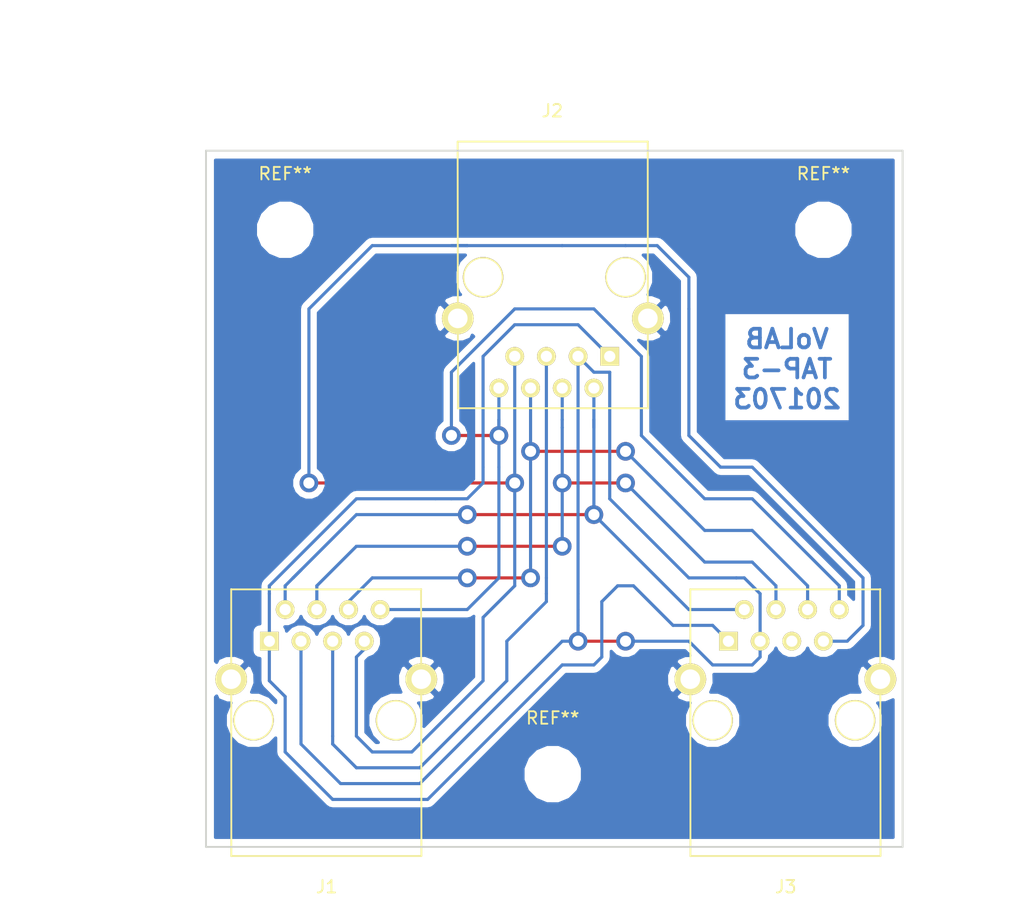
<source format=kicad_pcb>
(kicad_pcb (version 4) (host pcbnew 4.0.2-stable)

  (general
    (links 21)
    (no_connects 1)
    (area 95.505001 58.11 190.541428 133.256001)
    (thickness 1.6)
    (drawings 12)
    (tracks 166)
    (zones 0)
    (modules 6)
    (nets 10)
  )

  (page A4)
  (layers
    (0 F.Cu signal)
    (1 In1.Cu signal)
    (2 In2.Cu signal hide)
    (31 B.Cu signal)
    (33 F.Adhes user hide)
    (35 F.Paste user hide)
    (37 F.SilkS user)
    (39 F.Mask user hide)
    (40 Dwgs.User user)
    (41 Cmts.User user hide)
    (42 Eco1.User user hide)
    (43 Eco2.User user hide)
    (44 Edge.Cuts user)
    (45 Margin user hide)
    (47 F.CrtYd user hide)
    (49 F.Fab user hide)
  )

  (setup
    (last_trace_width 0.25)
    (trace_clearance 0.2)
    (zone_clearance 0.508)
    (zone_45_only no)
    (trace_min 0.2)
    (segment_width 0.2)
    (edge_width 0.15)
    (via_size 1.5)
    (via_drill 0.9)
    (via_min_size 1.5)
    (via_min_drill 0.9)
    (uvia_size 0.3)
    (uvia_drill 0.1)
    (uvias_allowed no)
    (uvia_min_size 0.2)
    (uvia_min_drill 0.1)
    (pcb_text_width 0.3)
    (pcb_text_size 1.5 1.5)
    (mod_edge_width 0.15)
    (mod_text_size 1 1)
    (mod_text_width 0.15)
    (pad_size 1.524 1.524)
    (pad_drill 0.762)
    (pad_to_mask_clearance 0.2)
    (aux_axis_origin 0 0)
    (visible_elements 7FFFFFFF)
    (pcbplotparams
      (layerselection 0x00100_00000000)
      (usegerberextensions false)
      (excludeedgelayer true)
      (linewidth 0.100000)
      (plotframeref false)
      (viasonmask false)
      (mode 1)
      (useauxorigin false)
      (hpglpennumber 1)
      (hpglpenspeed 20)
      (hpglpendiameter 15)
      (hpglpenoverlay 2)
      (psnegative false)
      (psa4output false)
      (plotreference true)
      (plotvalue true)
      (plotinvisibletext false)
      (padsonsilk true)
      (subtractmaskfromsilk false)
      (outputformat 5)
      (mirror false)
      (drillshape 2)
      (scaleselection 1)
      (outputdirectory SVG/))
  )

  (net 0 "")
  (net 1 "Net-(J1-Pad4)")
  (net 2 "Net-(J1-Pad2)")
  (net 3 "Net-(J1-Pad6)")
  (net 4 "Net-(J1-Pad8)")
  (net 5 "Net-(J1-Pad1)")
  (net 6 "Net-(J1-Pad3)")
  (net 7 "Net-(J1-Pad5)")
  (net 8 "Net-(J1-Pad7)")
  (net 9 GND)

  (net_class Default "Ceci est la Netclass par défaut"
    (clearance 0.2)
    (trace_width 0.25)
    (via_dia 1.5)
    (via_drill 0.9)
    (uvia_dia 0.3)
    (uvia_drill 0.1)
    (add_net GND)
    (add_net "Net-(J1-Pad1)")
    (add_net "Net-(J1-Pad2)")
    (add_net "Net-(J1-Pad3)")
    (add_net "Net-(J1-Pad4)")
    (add_net "Net-(J1-Pad5)")
    (add_net "Net-(J1-Pad6)")
    (add_net "Net-(J1-Pad7)")
    (add_net "Net-(J1-Pad8)")
  )

  (module myLib:RJ45_331-6443 (layer F.Cu) (tedit 58D98165) (tstamp 58D99044)
    (at 116.205 115.57)
    (path /58D94CAB)
    (fp_text reference J1 (at 5.87 13.36) (layer F.SilkS)
      (effects (font (size 1 1) (thickness 0.15)))
    )
    (fp_text value RJ45 (at 5.99 11.86) (layer F.Fab)
      (effects (font (size 1 1) (thickness 0.15)))
    )
    (fp_line (start -1.79 -10.53) (end -1.78 10.89) (layer F.SilkS) (width 0.15))
    (fp_line (start 13.44 -10.53) (end 13.47 10.88) (layer F.SilkS) (width 0.15))
    (fp_line (start -1.79 10.89) (end 13.46 10.89) (layer F.SilkS) (width 0.15))
    (fp_line (start -1.79 -10.51) (end 13.46 -10.51) (layer F.SilkS) (width 0.15))
    (pad "" thru_hole circle (at 0 0) (size 3.25 3.25) (drill 3) (layers *.Cu *.Mask F.SilkS))
    (pad "" thru_hole circle (at 11.43 0) (size 3.25 3.25) (drill 3) (layers *.Cu *.Mask F.SilkS))
    (pad 4 thru_hole circle (at 5.08 -8.89) (size 1.5 1.5) (drill 0.9) (layers *.Cu *.Mask F.SilkS)
      (net 1 "Net-(J1-Pad4)"))
    (pad 2 thru_hole circle (at 2.54 -8.89) (size 1.5 1.5) (drill 0.9) (layers *.Cu *.Mask F.SilkS)
      (net 2 "Net-(J1-Pad2)"))
    (pad 6 thru_hole circle (at 7.62 -8.89) (size 1.5 1.5) (drill 0.9) (layers *.Cu *.Mask F.SilkS)
      (net 3 "Net-(J1-Pad6)"))
    (pad 8 thru_hole circle (at 10.16 -8.89) (size 1.5 1.5) (drill 0.9) (layers *.Cu *.Mask F.SilkS)
      (net 4 "Net-(J1-Pad8)"))
    (pad 1 thru_hole rect (at 1.27 -6.35) (size 1.5 1.5) (drill 0.9) (layers *.Cu *.Mask F.SilkS)
      (net 5 "Net-(J1-Pad1)"))
    (pad 3 thru_hole circle (at 3.81 -6.35) (size 1.5 1.5) (drill 0.9) (layers *.Cu *.Mask F.SilkS)
      (net 6 "Net-(J1-Pad3)"))
    (pad 5 thru_hole circle (at 6.35 -6.35) (size 1.5 1.5) (drill 0.9) (layers *.Cu *.Mask F.SilkS)
      (net 7 "Net-(J1-Pad5)"))
    (pad 7 thru_hole circle (at 8.89 -6.35) (size 1.5 1.5) (drill 0.9) (layers *.Cu *.Mask F.SilkS)
      (net 8 "Net-(J1-Pad7)"))
    (pad 9 thru_hole circle (at -1.79 -3.3) (size 2.54 2.54) (drill 1.57) (layers *.Cu *.Mask F.SilkS)
      (net 9 GND))
    (pad 9 thru_hole circle (at 13.46 -3.3) (size 2.54 2.54) (drill 1.57) (layers *.Cu *.Mask F.SilkS)
      (net 9 GND))
  )

  (module myLib:RJ45_331-6443 (layer F.Cu) (tedit 58D98165) (tstamp 58D99058)
    (at 146.05 80.01 180)
    (path /58D94D51)
    (fp_text reference J2 (at 5.87 13.36 180) (layer F.SilkS)
      (effects (font (size 1 1) (thickness 0.15)))
    )
    (fp_text value RJ45 (at 5.99 11.86 180) (layer F.Fab)
      (effects (font (size 1 1) (thickness 0.15)))
    )
    (fp_line (start -1.79 -10.53) (end -1.78 10.89) (layer F.SilkS) (width 0.15))
    (fp_line (start 13.44 -10.53) (end 13.47 10.88) (layer F.SilkS) (width 0.15))
    (fp_line (start -1.79 10.89) (end 13.46 10.89) (layer F.SilkS) (width 0.15))
    (fp_line (start -1.79 -10.51) (end 13.46 -10.51) (layer F.SilkS) (width 0.15))
    (pad "" thru_hole circle (at 0 0 180) (size 3.25 3.25) (drill 3) (layers *.Cu *.Mask F.SilkS))
    (pad "" thru_hole circle (at 11.43 0 180) (size 3.25 3.25) (drill 3) (layers *.Cu *.Mask F.SilkS))
    (pad 4 thru_hole circle (at 5.08 -8.89 180) (size 1.5 1.5) (drill 0.9) (layers *.Cu *.Mask F.SilkS)
      (net 1 "Net-(J1-Pad4)"))
    (pad 2 thru_hole circle (at 2.54 -8.89 180) (size 1.5 1.5) (drill 0.9) (layers *.Cu *.Mask F.SilkS)
      (net 2 "Net-(J1-Pad2)"))
    (pad 6 thru_hole circle (at 7.62 -8.89 180) (size 1.5 1.5) (drill 0.9) (layers *.Cu *.Mask F.SilkS)
      (net 3 "Net-(J1-Pad6)"))
    (pad 8 thru_hole circle (at 10.16 -8.89 180) (size 1.5 1.5) (drill 0.9) (layers *.Cu *.Mask F.SilkS)
      (net 4 "Net-(J1-Pad8)"))
    (pad 1 thru_hole rect (at 1.27 -6.35 180) (size 1.5 1.5) (drill 0.9) (layers *.Cu *.Mask F.SilkS)
      (net 5 "Net-(J1-Pad1)"))
    (pad 3 thru_hole circle (at 3.81 -6.35 180) (size 1.5 1.5) (drill 0.9) (layers *.Cu *.Mask F.SilkS)
      (net 6 "Net-(J1-Pad3)"))
    (pad 5 thru_hole circle (at 6.35 -6.35 180) (size 1.5 1.5) (drill 0.9) (layers *.Cu *.Mask F.SilkS)
      (net 7 "Net-(J1-Pad5)"))
    (pad 7 thru_hole circle (at 8.89 -6.35 180) (size 1.5 1.5) (drill 0.9) (layers *.Cu *.Mask F.SilkS)
      (net 8 "Net-(J1-Pad7)"))
    (pad 9 thru_hole circle (at -1.79 -3.3 180) (size 2.54 2.54) (drill 1.57) (layers *.Cu *.Mask F.SilkS)
      (net 9 GND))
    (pad 9 thru_hole circle (at 13.46 -3.3 180) (size 2.54 2.54) (drill 1.57) (layers *.Cu *.Mask F.SilkS)
      (net 9 GND))
  )

  (module myLib:RJ45_331-6443 (layer F.Cu) (tedit 58D98165) (tstamp 58D9906C)
    (at 153.035 115.57)
    (path /58D94DC2)
    (fp_text reference J3 (at 5.87 13.36) (layer F.SilkS)
      (effects (font (size 1 1) (thickness 0.15)))
    )
    (fp_text value RJ45 (at 5.99 11.86) (layer F.Fab)
      (effects (font (size 1 1) (thickness 0.15)))
    )
    (fp_line (start -1.79 -10.53) (end -1.78 10.89) (layer F.SilkS) (width 0.15))
    (fp_line (start 13.44 -10.53) (end 13.47 10.88) (layer F.SilkS) (width 0.15))
    (fp_line (start -1.79 10.89) (end 13.46 10.89) (layer F.SilkS) (width 0.15))
    (fp_line (start -1.79 -10.51) (end 13.46 -10.51) (layer F.SilkS) (width 0.15))
    (pad "" thru_hole circle (at 0 0) (size 3.25 3.25) (drill 3) (layers *.Cu *.Mask F.SilkS))
    (pad "" thru_hole circle (at 11.43 0) (size 3.25 3.25) (drill 3) (layers *.Cu *.Mask F.SilkS))
    (pad 4 thru_hole circle (at 5.08 -8.89) (size 1.5 1.5) (drill 0.9) (layers *.Cu *.Mask F.SilkS)
      (net 1 "Net-(J1-Pad4)"))
    (pad 2 thru_hole circle (at 2.54 -8.89) (size 1.5 1.5) (drill 0.9) (layers *.Cu *.Mask F.SilkS)
      (net 2 "Net-(J1-Pad2)"))
    (pad 6 thru_hole circle (at 7.62 -8.89) (size 1.5 1.5) (drill 0.9) (layers *.Cu *.Mask F.SilkS)
      (net 3 "Net-(J1-Pad6)"))
    (pad 8 thru_hole circle (at 10.16 -8.89) (size 1.5 1.5) (drill 0.9) (layers *.Cu *.Mask F.SilkS)
      (net 4 "Net-(J1-Pad8)"))
    (pad 1 thru_hole rect (at 1.27 -6.35) (size 1.5 1.5) (drill 0.9) (layers *.Cu *.Mask F.SilkS)
      (net 5 "Net-(J1-Pad1)"))
    (pad 3 thru_hole circle (at 3.81 -6.35) (size 1.5 1.5) (drill 0.9) (layers *.Cu *.Mask F.SilkS)
      (net 6 "Net-(J1-Pad3)"))
    (pad 5 thru_hole circle (at 6.35 -6.35) (size 1.5 1.5) (drill 0.9) (layers *.Cu *.Mask F.SilkS)
      (net 7 "Net-(J1-Pad5)"))
    (pad 7 thru_hole circle (at 8.89 -6.35) (size 1.5 1.5) (drill 0.9) (layers *.Cu *.Mask F.SilkS)
      (net 8 "Net-(J1-Pad7)"))
    (pad 9 thru_hole circle (at -1.79 -3.3) (size 2.54 2.54) (drill 1.57) (layers *.Cu *.Mask F.SilkS)
      (net 9 GND))
    (pad 9 thru_hole circle (at 13.46 -3.3) (size 2.54 2.54) (drill 1.57) (layers *.Cu *.Mask F.SilkS)
      (net 9 GND))
  )

  (module Mounting_Holes:MountingHole_3.5mm (layer F.Cu) (tedit 56D1B4CB) (tstamp 58DBFEC4)
    (at 161.925 76.2)
    (descr "Mounting Hole 3.5mm, no annular")
    (tags "mounting hole 3.5mm no annular")
    (fp_text reference REF** (at 0 -4.5) (layer F.SilkS)
      (effects (font (size 1 1) (thickness 0.15)))
    )
    (fp_text value MountingHole_3.5mm (at 0 4.5) (layer F.Fab)
      (effects (font (size 1 1) (thickness 0.15)))
    )
    (fp_circle (center 0 0) (end 3.5 0) (layer Cmts.User) (width 0.15))
    (fp_circle (center 0 0) (end 3.75 0) (layer F.CrtYd) (width 0.05))
    (pad 1 np_thru_hole circle (at 0 0) (size 3.5 3.5) (drill 3.5) (layers *.Cu *.Mask))
  )

  (module Mounting_Holes:MountingHole_3.5mm (layer F.Cu) (tedit 56D1B4CB) (tstamp 58DC001B)
    (at 118.745 76.2)
    (descr "Mounting Hole 3.5mm, no annular")
    (tags "mounting hole 3.5mm no annular")
    (fp_text reference REF** (at 0 -4.5) (layer F.SilkS)
      (effects (font (size 1 1) (thickness 0.15)))
    )
    (fp_text value MountingHole_3.5mm (at 0 4.5) (layer F.Fab)
      (effects (font (size 1 1) (thickness 0.15)))
    )
    (fp_circle (center 0 0) (end 3.5 0) (layer Cmts.User) (width 0.15))
    (fp_circle (center 0 0) (end 3.75 0) (layer F.CrtYd) (width 0.05))
    (pad 1 np_thru_hole circle (at 0 0) (size 3.5 3.5) (drill 3.5) (layers *.Cu *.Mask))
  )

  (module Mounting_Holes:MountingHole_3.5mm (layer F.Cu) (tedit 56D1B4CB) (tstamp 58DC0068)
    (at 140.208 119.888)
    (descr "Mounting Hole 3.5mm, no annular")
    (tags "mounting hole 3.5mm no annular")
    (fp_text reference REF** (at 0 -4.5) (layer F.SilkS)
      (effects (font (size 1 1) (thickness 0.15)))
    )
    (fp_text value MountingHole_3.5mm (at 0 4.5) (layer F.Fab)
      (effects (font (size 1 1) (thickness 0.15)))
    )
    (fp_circle (center 0 0) (end 3.5 0) (layer Cmts.User) (width 0.15))
    (fp_circle (center 0 0) (end 3.75 0) (layer F.CrtYd) (width 0.05))
    (pad 1 np_thru_hole circle (at 0 0) (size 3.5 3.5) (drill 3.5) (layers *.Cu *.Mask))
  )

  (dimension 27.94 (width 0.3) (layer Dwgs.User)
    (gr_text "27,940 mm" (at 126.238 131.906) (layer Dwgs.User)
      (effects (font (size 1.5 1.5) (thickness 0.3)))
    )
    (feature1 (pts (xy 112.268 119.888) (xy 112.268 133.256)))
    (feature2 (pts (xy 140.208 119.888) (xy 140.208 133.256)))
    (crossbar (pts (xy 140.208 130.556) (xy 112.268 130.556)))
    (arrow1a (pts (xy 112.268 130.556) (xy 113.394504 129.969579)))
    (arrow1b (pts (xy 112.268 130.556) (xy 113.394504 131.142421)))
    (arrow2a (pts (xy 140.208 130.556) (xy 139.081496 129.969579)))
    (arrow2b (pts (xy 140.208 130.556) (xy 139.081496 131.142421)))
  )
  (gr_text "VoLAB\nTAP-3\n201703" (at 159.004 87.376) (layer B.Cu)
    (effects (font (size 1.5 1.5) (thickness 0.3)) (justify mirror))
  )
  (gr_circle (center 140.208 119.888) (end 142.208 119.888) (layer Eco1.User) (width 0.2))
  (dimension 6.35 (width 0.3) (layer Dwgs.User)
    (gr_text "6,350 x  6.350 mm" (at 179.07 64.77 90) (layer Dwgs.User)
      (effects (font (size 1.5 1.5) (thickness 0.3)))
    )
    (feature1 (pts (xy 161.925 69.85) (xy 176.69 69.85)))
    (feature2 (pts (xy 161.925 76.2) (xy 176.69 76.2)))
    (crossbar (pts (xy 173.99 76.2) (xy 173.99 69.85)))
    (arrow1a (pts (xy 173.99 69.85) (xy 174.576421 70.976504)))
    (arrow1b (pts (xy 173.99 69.85) (xy 173.403579 70.976504)))
    (arrow2a (pts (xy 173.99 76.2) (xy 174.576421 75.073496)))
    (arrow2b (pts (xy 173.99 76.2) (xy 173.403579 75.073496)))
  )
  (gr_circle (center 161.925 76.2) (end 163.925 76.2) (layer Eco1.User) (width 0.2))
  (gr_circle (center 118.745 76.2) (end 119.38 74.2) (layer Eco1.User) (width 0.2))
  (dimension 55.88 (width 0.3) (layer Dwgs.User)
    (gr_text "55,880 mm" (at 140.335 59.61) (layer Dwgs.User)
      (effects (font (size 1.5 1.5) (thickness 0.3)))
    )
    (feature1 (pts (xy 168.275 69.85) (xy 168.275 58.26)))
    (feature2 (pts (xy 112.395 69.85) (xy 112.395 58.26)))
    (crossbar (pts (xy 112.395 60.96) (xy 168.275 60.96)))
    (arrow1a (pts (xy 168.275 60.96) (xy 167.148496 61.546421)))
    (arrow1b (pts (xy 168.275 60.96) (xy 167.148496 60.373579)))
    (arrow2a (pts (xy 112.395 60.96) (xy 113.521504 61.546421)))
    (arrow2b (pts (xy 112.395 60.96) (xy 113.521504 60.373579)))
  )
  (dimension 55.88 (width 0.3) (layer Dwgs.User)
    (gr_text "55,880 mm" (at 102.155 97.79 270) (layer Dwgs.User)
      (effects (font (size 1.5 1.5) (thickness 0.3)))
    )
    (feature1 (pts (xy 112.395 125.73) (xy 100.805 125.73)))
    (feature2 (pts (xy 112.395 69.85) (xy 100.805 69.85)))
    (crossbar (pts (xy 103.505 69.85) (xy 103.505 125.73)))
    (arrow1a (pts (xy 103.505 125.73) (xy 102.918579 124.603496)))
    (arrow1b (pts (xy 103.505 125.73) (xy 104.091421 124.603496)))
    (arrow2a (pts (xy 103.505 69.85) (xy 102.918579 70.976504)))
    (arrow2b (pts (xy 103.505 69.85) (xy 104.091421 70.976504)))
  )
  (gr_line (start 168.275 125.73) (end 168.275 69.85) (angle 90) (layer Edge.Cuts) (width 0.15))
  (gr_line (start 112.395 125.73) (end 168.275 125.73) (angle 90) (layer Edge.Cuts) (width 0.15))
  (gr_line (start 112.395 69.85) (end 112.395 125.73) (angle 90) (layer Edge.Cuts) (width 0.15))
  (gr_line (start 112.395 69.85) (end 168.27 69.85) (angle 90) (layer Edge.Cuts) (width 0.15))

  (segment (start 158.115 106.68) (end 158.115 104.775) (width 0.25) (layer B.Cu) (net 1))
  (via (at 140.97 96.52) (size 1.5) (drill 0.9) (layers F.Cu B.Cu) (net 1))
  (segment (start 146.05 96.52) (end 140.97 96.52) (width 0.25) (layer F.Cu) (net 1) (tstamp 58DAC7F6))
  (via (at 146.05 96.52) (size 1.5) (drill 0.9) (layers F.Cu B.Cu) (net 1))
  (segment (start 152.4 102.87) (end 146.05 96.52) (width 0.25) (layer B.Cu) (net 1) (tstamp 58DAC7E1))
  (segment (start 156.21 102.87) (end 152.4 102.87) (width 0.25) (layer B.Cu) (net 1) (tstamp 58DAC7DD))
  (segment (start 158.115 104.775) (end 156.21 102.87) (width 0.25) (layer B.Cu) (net 1) (tstamp 58DAC7DA))
  (segment (start 140.97 92.075) (end 140.97 96.52) (width 0.25) (layer B.Cu) (net 1))
  (segment (start 140.97 96.52) (end 140.97 101.6) (width 0.25) (layer B.Cu) (net 1) (tstamp 58DAC7FD))
  (segment (start 140.97 91.44) (end 140.97 92.075) (width 0.25) (layer B.Cu) (net 1) (tstamp 58DABDF0))
  (segment (start 140.97 88.9) (end 140.97 91.44) (width 0.25) (layer B.Cu) (net 1))
  (segment (start 121.285 104.775) (end 124.46 101.6) (width 0.25) (layer B.Cu) (net 1) (tstamp 58DAC6BB))
  (segment (start 124.46 101.6) (end 133.35 101.6) (width 0.25) (layer B.Cu) (net 1) (tstamp 58DAC6C0))
  (segment (start 121.285 104.775) (end 121.285 106.68) (width 0.25) (layer B.Cu) (net 1))
  (via (at 133.35 101.6) (size 1.5) (drill 0.9) (layers F.Cu B.Cu) (net 1))
  (segment (start 140.97 101.6) (end 133.35 101.6) (width 0.25) (layer F.Cu) (net 1) (tstamp 58DAC6E3))
  (via (at 140.97 101.6) (size 1.5) (drill 0.9) (layers F.Cu B.Cu) (net 1))
  (segment (start 155.575 106.68) (end 151.13 106.68) (width 0.25) (layer B.Cu) (net 2))
  (segment (start 151.13 106.68) (end 143.51 99.06) (width 0.25) (layer B.Cu) (net 2) (tstamp 58DAC76A))
  (segment (start 143.51 91.44) (end 143.51 99.06) (width 0.25) (layer B.Cu) (net 2))
  (segment (start 124.46 99.06) (end 133.35 99.06) (width 0.25) (layer B.Cu) (net 2) (tstamp 58DAC723))
  (segment (start 124.46 99.06) (end 119.38 104.14) (width 0.25) (layer B.Cu) (net 2))
  (via (at 133.35 99.06) (size 1.5) (drill 0.9) (layers F.Cu B.Cu) (net 2))
  (segment (start 143.51 99.06) (end 133.35 99.06) (width 0.25) (layer F.Cu) (net 2) (tstamp 58DAC735))
  (via (at 143.51 99.06) (size 1.5) (drill 0.9) (layers F.Cu B.Cu) (net 2))
  (segment (start 118.745 106.68) (end 118.745 104.775) (width 0.25) (layer B.Cu) (net 2))
  (segment (start 118.745 104.775) (end 119.38 104.14) (width 0.25) (layer B.Cu) (net 2) (tstamp 58DAB5F2))
  (segment (start 119.38 104.14) (end 120.015 103.505) (width 0.25) (layer B.Cu) (net 2) (tstamp 58DABE60))
  (segment (start 143.51 88.9) (end 143.51 91.44) (width 0.25) (layer B.Cu) (net 2))
  (segment (start 143.51 91.44) (end 143.51 92.075) (width 0.25) (layer B.Cu) (net 2) (tstamp 58DABE8C))
  (segment (start 160.655 106.68) (end 160.655 104.775) (width 0.25) (layer B.Cu) (net 3))
  (via (at 138.43 93.98) (size 1.5) (drill 0.9) (layers F.Cu B.Cu) (net 3))
  (segment (start 146.05 93.98) (end 138.43 93.98) (width 0.25) (layer F.Cu) (net 3) (tstamp 58DAC835))
  (via (at 146.05 93.98) (size 1.5) (drill 0.9) (layers F.Cu B.Cu) (net 3))
  (segment (start 152.4 100.33) (end 146.05 93.98) (width 0.25) (layer B.Cu) (net 3) (tstamp 58DAC82D))
  (segment (start 156.21 100.33) (end 152.4 100.33) (width 0.25) (layer B.Cu) (net 3) (tstamp 58DAC826))
  (segment (start 160.655 104.775) (end 156.21 100.33) (width 0.25) (layer B.Cu) (net 3) (tstamp 58DAC803))
  (segment (start 138.43 88.9) (end 138.43 93.98) (width 0.25) (layer B.Cu) (net 3))
  (segment (start 138.43 93.98) (end 138.43 104.14) (width 0.25) (layer B.Cu) (net 3) (tstamp 58DAC83C))
  (segment (start 125.73 104.14) (end 133.35 104.14) (width 0.25) (layer B.Cu) (net 3) (tstamp 58DAC66F))
  (segment (start 125.73 104.14) (end 123.825 106.045) (width 0.25) (layer B.Cu) (net 3) (tstamp 58DAC665))
  (via (at 133.35 104.14) (size 1.5) (drill 0.9) (layers F.Cu B.Cu) (net 3))
  (segment (start 138.43 104.14) (end 133.35 104.14) (width 0.25) (layer F.Cu) (net 3) (tstamp 58DAC68D))
  (via (at 138.43 104.14) (size 1.5) (drill 0.9) (layers F.Cu B.Cu) (net 3))
  (segment (start 123.825 106.68) (end 123.825 106.045) (width 0.25) (layer B.Cu) (net 3))
  (segment (start 133.35 86.36) (end 132.08 87.63) (width 0.25) (layer B.Cu) (net 4))
  (segment (start 163.195 104.775) (end 156.21 97.79) (width 0.25) (layer B.Cu) (net 4) (tstamp 58DAC846))
  (segment (start 156.21 97.79) (end 152.4 97.79) (width 0.25) (layer B.Cu) (net 4) (tstamp 58DAC851))
  (segment (start 152.4 97.79) (end 147.32 92.71) (width 0.25) (layer B.Cu) (net 4) (tstamp 58DAC853))
  (segment (start 147.32 92.71) (end 147.32 86.36) (width 0.25) (layer B.Cu) (net 4) (tstamp 58DAC87B))
  (segment (start 147.32 86.36) (end 143.51 82.55) (width 0.25) (layer B.Cu) (net 4) (tstamp 58DAC881))
  (segment (start 143.51 82.55) (end 137.16 82.55) (width 0.25) (layer B.Cu) (net 4) (tstamp 58DAC885))
  (segment (start 137.16 82.55) (end 133.35 86.36) (width 0.25) (layer B.Cu) (net 4) (tstamp 58DAC889))
  (segment (start 163.195 106.68) (end 163.195 104.775) (width 0.25) (layer B.Cu) (net 4))
  (via (at 135.89 92.71) (size 1.5) (drill 0.9) (layers F.Cu B.Cu) (net 4))
  (segment (start 132.08 92.71) (end 135.89 92.71) (width 0.25) (layer F.Cu) (net 4) (tstamp 58DACC06))
  (via (at 132.08 92.71) (size 1.5) (drill 0.9) (layers F.Cu B.Cu) (net 4))
  (segment (start 132.08 87.63) (end 132.08 92.71) (width 0.25) (layer B.Cu) (net 4) (tstamp 58DACBED))
  (segment (start 126.365 106.68) (end 133.35 106.68) (width 0.25) (layer B.Cu) (net 4))
  (segment (start 135.89 104.14) (end 135.89 95.25) (width 0.25) (layer B.Cu) (net 4) (tstamp 58DAC5E3))
  (segment (start 133.35 106.68) (end 135.89 104.14) (width 0.25) (layer B.Cu) (net 4) (tstamp 58DAC5DC))
  (segment (start 135.89 95.25) (end 135.89 92.71) (width 0.25) (layer B.Cu) (net 4) (tstamp 58DABF54))
  (segment (start 135.89 92.71) (end 135.89 91.44) (width 0.25) (layer B.Cu) (net 4) (tstamp 58DAC8B3))
  (segment (start 135.89 88.9) (end 135.89 91.44) (width 0.25) (layer B.Cu) (net 4))
  (segment (start 135.89 91.44) (end 135.89 92.075) (width 0.25) (layer B.Cu) (net 4) (tstamp 58DAB6E2))
  (segment (start 129.54 121.92) (end 130.175 121.92) (width 0.25) (layer B.Cu) (net 5))
  (segment (start 140.97 111.125) (end 143.51 111.125) (width 0.25) (layer B.Cu) (net 5) (tstamp 58DBF90E))
  (segment (start 130.175 121.92) (end 140.97 111.125) (width 0.25) (layer B.Cu) (net 5) (tstamp 58DBF90D))
  (segment (start 143.51 111.125) (end 144.145 110.49) (width 0.25) (layer B.Cu) (net 5) (tstamp 58DBF913))
  (segment (start 144.145 110.49) (end 144.145 106.045) (width 0.25) (layer B.Cu) (net 5) (tstamp 58DBF8CF))
  (segment (start 144.145 106.045) (end 144.78 105.41) (width 0.25) (layer B.Cu) (net 5) (tstamp 58DBF89C))
  (segment (start 149.86 107.95) (end 153.035 107.95) (width 0.25) (layer B.Cu) (net 5))
  (segment (start 153.035 107.95) (end 154.305 109.22) (width 0.25) (layer B.Cu) (net 5) (tstamp 58DBF7B3))
  (segment (start 149.86 107.95) (end 146.685 104.775) (width 0.25) (layer B.Cu) (net 5) (tstamp 58DBF7B1))
  (segment (start 145.415 104.775) (end 144.78 105.41) (width 0.25) (layer B.Cu) (net 5) (tstamp 58DBF774))
  (segment (start 146.685 104.775) (end 145.415 104.775) (width 0.25) (layer B.Cu) (net 5) (tstamp 58DBF76F))
  (segment (start 117.475 112.395) (end 118.11 113.03) (width 0.25) (layer B.Cu) (net 5) (tstamp 58DACE3D))
  (segment (start 118.11 113.03) (end 118.745 113.665) (width 0.25) (layer B.Cu) (net 5) (tstamp 58DACE44))
  (segment (start 118.745 113.665) (end 118.745 118.11) (width 0.25) (layer B.Cu) (net 5) (tstamp 58DACE48))
  (segment (start 118.745 118.11) (end 122.555 121.92) (width 0.25) (layer B.Cu) (net 5) (tstamp 58DACE63))
  (segment (start 122.555 121.92) (end 129.54 121.92) (width 0.25) (layer B.Cu) (net 5) (tstamp 58DACE67))
  (segment (start 117.475 109.22) (end 117.475 112.395) (width 0.25) (layer B.Cu) (net 5))
  (segment (start 132.08 97.79) (end 133.35 97.79) (width 0.25) (layer B.Cu) (net 5))
  (segment (start 134.62 96.52) (end 134.62 95.25) (width 0.25) (layer B.Cu) (net 5) (tstamp 58DACAE1))
  (segment (start 133.35 97.79) (end 134.62 96.52) (width 0.25) (layer B.Cu) (net 5) (tstamp 58DACADC))
  (segment (start 117.475 105.41) (end 117.475 104.775) (width 0.25) (layer B.Cu) (net 5))
  (segment (start 117.475 104.775) (end 124.46 97.79) (width 0.25) (layer B.Cu) (net 5) (tstamp 58DACACD))
  (segment (start 130.81 97.79) (end 132.08 97.79) (width 0.25) (layer B.Cu) (net 5))
  (segment (start 134.62 95.25) (end 134.62 86.36) (width 0.25) (layer B.Cu) (net 5) (tstamp 58DACA2C))
  (segment (start 142.24 83.82) (end 144.78 86.36) (width 0.25) (layer B.Cu) (net 5) (tstamp 58DAC218))
  (segment (start 137.16 83.82) (end 142.24 83.82) (width 0.25) (layer B.Cu) (net 5) (tstamp 58DAC215))
  (segment (start 134.62 86.36) (end 137.16 83.82) (width 0.25) (layer B.Cu) (net 5) (tstamp 58DACA35))
  (segment (start 124.46 97.79) (end 130.81 97.79) (width 0.25) (layer B.Cu) (net 5) (tstamp 58DACAD8))
  (segment (start 117.475 109.22) (end 117.475 105.41) (width 0.25) (layer B.Cu) (net 5))
  (segment (start 156.845 105.41) (end 155.575 104.14) (width 0.25) (layer B.Cu) (net 6))
  (segment (start 155.575 104.14) (end 154.94 104.14) (width 0.25) (layer B.Cu) (net 6) (tstamp 58DBF935))
  (segment (start 129.54 120.65) (end 140.97 109.22) (width 0.25) (layer B.Cu) (net 6))
  (segment (start 140.97 109.22) (end 142.24 109.22) (width 0.25) (layer B.Cu) (net 6) (tstamp 58DBF8FA))
  (segment (start 156.845 109.22) (end 156.845 110.49) (width 0.25) (layer B.Cu) (net 6))
  (via (at 142.24 109.22) (size 1.5) (drill 0.9) (layers F.Cu B.Cu) (net 6))
  (segment (start 146.05 109.22) (end 142.24 109.22) (width 0.25) (layer F.Cu) (net 6) (tstamp 58DBF7D7))
  (via (at 146.05 109.22) (size 1.5) (drill 0.9) (layers F.Cu B.Cu) (net 6))
  (segment (start 151.13 109.22) (end 146.05 109.22) (width 0.25) (layer B.Cu) (net 6) (tstamp 58DBF7C5))
  (segment (start 153.035 111.125) (end 151.13 109.22) (width 0.25) (layer B.Cu) (net 6) (tstamp 58DBF7BF))
  (segment (start 156.21 111.125) (end 153.035 111.125) (width 0.25) (layer B.Cu) (net 6) (tstamp 58DBF7BE))
  (segment (start 156.845 110.49) (end 156.21 111.125) (width 0.25) (layer B.Cu) (net 6) (tstamp 58DBF7BC))
  (segment (start 142.24 107.95) (end 142.24 106.68) (width 0.25) (layer B.Cu) (net 6) (tstamp 58DAC0F9))
  (segment (start 142.24 109.22) (end 142.24 107.95) (width 0.25) (layer B.Cu) (net 6) (tstamp 58DBF7DF))
  (segment (start 120.015 109.22) (end 120.015 111.76) (width 0.25) (layer B.Cu) (net 6))
  (segment (start 120.015 111.76) (end 120.015 114.3) (width 0.25) (layer B.Cu) (net 6))
  (segment (start 120.015 114.3) (end 120.015 116.84) (width 0.25) (layer B.Cu) (net 6))
  (segment (start 120.015 117.475) (end 123.19 120.65) (width 0.25) (layer B.Cu) (net 6) (tstamp 58DACB45))
  (segment (start 123.19 120.65) (end 129.54 120.65) (width 0.25) (layer B.Cu) (net 6) (tstamp 58DACB4B))
  (segment (start 120.015 116.84) (end 120.015 117.475) (width 0.25) (layer B.Cu) (net 6))
  (segment (start 142.24 106.68) (end 142.24 105.41) (width 0.25) (layer B.Cu) (net 6) (tstamp 58DBF889))
  (segment (start 142.24 105.41) (end 142.24 86.36) (width 0.25) (layer B.Cu) (net 6) (tstamp 58DBF861))
  (segment (start 156.845 109.22) (end 156.845 105.41) (width 0.25) (layer B.Cu) (net 6))
  (segment (start 143.51 87.63) (end 142.24 86.36) (width 0.25) (layer B.Cu) (net 6) (tstamp 58DAC4F7))
  (segment (start 144.78 87.63) (end 143.51 87.63) (width 0.25) (layer B.Cu) (net 6) (tstamp 58DAC4F2))
  (segment (start 144.78 97.79) (end 144.78 87.63) (width 0.25) (layer B.Cu) (net 6) (tstamp 58DAC4EA))
  (segment (start 151.13 104.14) (end 144.78 97.79) (width 0.25) (layer B.Cu) (net 6) (tstamp 58DAC4E2))
  (segment (start 154.94 104.14) (end 151.13 104.14) (width 0.25) (layer B.Cu) (net 6) (tstamp 58DAC7BE))
  (segment (start 129.54 119.38) (end 136.525 112.395) (width 0.25) (layer B.Cu) (net 7))
  (segment (start 139.7 106.045) (end 139.7 105.41) (width 0.25) (layer B.Cu) (net 7) (tstamp 58DBF83F))
  (segment (start 136.525 109.22) (end 139.7 106.045) (width 0.25) (layer B.Cu) (net 7) (tstamp 58DBF83D))
  (segment (start 136.525 112.395) (end 136.525 109.22) (width 0.25) (layer B.Cu) (net 7) (tstamp 58DBF836))
  (segment (start 122.555 116.84) (end 122.555 117.475) (width 0.25) (layer B.Cu) (net 7))
  (segment (start 124.46 119.38) (end 129.54 119.38) (width 0.25) (layer B.Cu) (net 7) (tstamp 58DACB36))
  (segment (start 122.555 117.475) (end 124.46 119.38) (width 0.25) (layer B.Cu) (net 7) (tstamp 58DACB35))
  (segment (start 122.555 109.22) (end 122.555 116.84) (width 0.25) (layer B.Cu) (net 7))
  (segment (start 139.7 105.41) (end 139.7 104.14) (width 0.25) (layer B.Cu) (net 7) (tstamp 58DBF846))
  (segment (start 139.7 99.06) (end 139.7 104.14) (width 0.25) (layer B.Cu) (net 7))
  (segment (start 139.7 86.36) (end 139.7 99.06) (width 0.25) (layer B.Cu) (net 7))
  (segment (start 129.54 117.475) (end 128.905 118.11) (width 0.25) (layer B.Cu) (net 8))
  (segment (start 134.62 107.315) (end 137.16 104.775) (width 0.25) (layer B.Cu) (net 8) (tstamp 58DBF824))
  (segment (start 134.62 112.395) (end 134.62 107.315) (width 0.25) (layer B.Cu) (net 8) (tstamp 58DBF81D))
  (segment (start 129.54 117.475) (end 134.62 112.395) (width 0.25) (layer B.Cu) (net 8) (tstamp 58DBF813))
  (segment (start 125.73 118.11) (end 128.905 118.11) (width 0.25) (layer B.Cu) (net 8) (tstamp 58DACB0D))
  (segment (start 124.46 116.84) (end 125.73 118.11) (width 0.25) (layer B.Cu) (net 8))
  (segment (start 124.46 110.49) (end 124.46 116.84) (width 0.25) (layer B.Cu) (net 8) (tstamp 58DAC98D))
  (segment (start 125.095 109.855) (end 124.46 110.49) (width 0.25) (layer B.Cu) (net 8) (tstamp 58DAC98B))
  (segment (start 137.16 104.775) (end 137.16 96.52) (width 0.25) (layer B.Cu) (net 8) (tstamp 58DBF82A))
  (segment (start 133.35 77.47) (end 125.73 77.47) (width 0.25) (layer B.Cu) (net 8))
  (segment (start 125.73 77.47) (end 120.65 82.55) (width 0.25) (layer B.Cu) (net 8) (tstamp 58DBF371))
  (segment (start 120.65 82.55) (end 120.65 96.52) (width 0.25) (layer B.Cu) (net 8) (tstamp 58DBF37B))
  (via (at 120.65 96.52) (size 1.5) (drill 0.9) (layers F.Cu B.Cu) (net 8))
  (segment (start 120.65 96.52) (end 137.16 96.52) (width 0.25) (layer F.Cu) (net 8) (tstamp 58DBF3BB))
  (via (at 137.16 96.52) (size 1.5) (drill 0.9) (layers F.Cu B.Cu) (net 8))
  (segment (start 146.05 77.47) (end 148.59 77.47) (width 0.25) (layer B.Cu) (net 8))
  (segment (start 151.13 80.01) (end 151.13 82.55) (width 0.25) (layer B.Cu) (net 8) (tstamp 58DACD35))
  (segment (start 148.59 77.47) (end 151.13 80.01) (width 0.25) (layer B.Cu) (net 8) (tstamp 58DACD34))
  (segment (start 140.97 77.47) (end 133.35 77.47) (width 0.25) (layer B.Cu) (net 8))
  (segment (start 133.35 77.47) (end 132.08 77.47) (width 0.25) (layer B.Cu) (net 8) (tstamp 58DBF36F))
  (segment (start 161.925 109.22) (end 163.83 109.22) (width 0.25) (layer B.Cu) (net 8))
  (segment (start 163.83 109.22) (end 165.1 107.95) (width 0.25) (layer B.Cu) (net 8) (tstamp 58DACCAB))
  (segment (start 165.1 107.95) (end 165.1 104.14) (width 0.25) (layer B.Cu) (net 8) (tstamp 58DACCAF))
  (segment (start 165.1 104.14) (end 156.21 95.25) (width 0.25) (layer B.Cu) (net 8) (tstamp 58DACCB3))
  (segment (start 156.21 95.25) (end 153.67 95.25) (width 0.25) (layer B.Cu) (net 8) (tstamp 58DACCB7))
  (segment (start 153.67 95.25) (end 151.13 92.71) (width 0.25) (layer B.Cu) (net 8) (tstamp 58DACCBC))
  (segment (start 151.13 92.71) (end 151.13 82.55) (width 0.25) (layer B.Cu) (net 8) (tstamp 58DACCBE))
  (segment (start 146.05 77.47) (end 140.97 77.47) (width 0.25) (layer B.Cu) (net 8) (tstamp 58DACD32))
  (segment (start 125.095 109.22) (end 125.095 109.855) (width 0.25) (layer B.Cu) (net 8))
  (segment (start 137.16 96.52) (end 137.16 86.36) (width 0.25) (layer B.Cu) (net 8) (tstamp 58DABF7A))
  (segment (start 132.59 83.31) (end 147.84 83.31) (width 0.25) (layer In1.Cu) (net 9))
  (segment (start 151.245 112.27) (end 166.495 112.27) (width 0.25) (layer In1.Cu) (net 9))
  (segment (start 114.415 112.27) (end 129.665 112.27) (width 0.25) (layer In1.Cu) (net 9))

  (zone (net 9) (net_name GND) (layer B.Cu) (tstamp 58DAB3E8) (hatch edge 0.508)
    (connect_pads thru_hole_only (clearance 0.508))
    (min_thickness 0.254)
    (fill yes (arc_segments 16) (thermal_gap 0.508) (thermal_bridge_width 0.508))
    (polygon
      (pts
        (xy 167.64 125.095) (xy 113.03 125.095) (xy 113.03 70.485) (xy 167.64 70.485) (xy 167.64 125.095)
      )
    )
    (filled_polygon
      (pts
        (xy 167.513 110.620249) (xy 166.823964 110.355739) (xy 166.066368 110.375564) (xy 165.45852 110.627343) (xy 165.326828 110.922223)
        (xy 166.495 112.090395) (xy 166.509143 112.076253) (xy 166.688748 112.255858) (xy 166.674605 112.27) (xy 166.688748 112.284143)
        (xy 166.509143 112.463748) (xy 166.495 112.449605) (xy 166.480858 112.463748) (xy 166.301253 112.284143) (xy 166.315395 112.27)
        (xy 165.147223 111.101828) (xy 164.852343 111.23352) (xy 164.580739 111.941036) (xy 164.600564 112.698632) (xy 164.852343 113.30648)
        (xy 164.860996 113.310345) (xy 164.01743 113.309609) (xy 163.186485 113.652948) (xy 162.550182 114.288141) (xy 162.205393 115.118486)
        (xy 162.204609 116.01757) (xy 162.547948 116.848515) (xy 163.183141 117.484818) (xy 164.013486 117.829607) (xy 164.91257 117.830391)
        (xy 165.743515 117.487052) (xy 166.379818 116.851859) (xy 166.724607 116.021514) (xy 166.725391 115.12243) (xy 166.382052 114.291485)
        (xy 166.272241 114.181482) (xy 166.923632 114.164436) (xy 167.513 113.920312) (xy 167.513 124.968) (xy 113.157 124.968)
        (xy 113.157 113.707608) (xy 113.246829 113.617779) (xy 113.37852 113.912657) (xy 114.086036 114.184261) (xy 114.40254 114.175979)
        (xy 114.290182 114.288141) (xy 113.945393 115.118486) (xy 113.944609 116.01757) (xy 114.287948 116.848515) (xy 114.923141 117.484818)
        (xy 115.753486 117.829607) (xy 116.65257 117.830391) (xy 117.483515 117.487052) (xy 117.985 116.986442) (xy 117.985 118.11)
        (xy 118.042852 118.400839) (xy 118.207599 118.647401) (xy 122.017599 122.457401) (xy 122.264161 122.622148) (xy 122.555 122.68)
        (xy 130.175 122.68) (xy 130.465839 122.622148) (xy 130.712401 122.457401) (xy 132.809477 120.360325) (xy 137.822587 120.360325)
        (xy 138.184916 121.237229) (xy 138.855242 121.908726) (xy 139.731513 122.272585) (xy 140.680325 122.273413) (xy 141.557229 121.911084)
        (xy 142.228726 121.240758) (xy 142.592585 120.364487) (xy 142.593413 119.415675) (xy 142.231084 118.538771) (xy 141.560758 117.867274)
        (xy 140.684487 117.503415) (xy 139.735675 117.502587) (xy 138.858771 117.864916) (xy 138.187274 118.535242) (xy 137.823415 119.411513)
        (xy 137.822587 120.360325) (xy 132.809477 120.360325) (xy 141.228766 111.941036) (xy 149.330739 111.941036) (xy 149.350564 112.698632)
        (xy 149.602343 113.30648) (xy 149.897223 113.438172) (xy 151.065395 112.27) (xy 149.897223 111.101828) (xy 149.602343 111.23352)
        (xy 149.330739 111.941036) (xy 141.228766 111.941036) (xy 141.284802 111.885) (xy 143.51 111.885) (xy 143.800839 111.827148)
        (xy 144.047401 111.662401) (xy 144.682401 111.027401) (xy 144.847148 110.780839) (xy 144.905 110.49) (xy 144.905 110.033398)
        (xy 145.264436 110.393461) (xy 145.773298 110.604759) (xy 146.324285 110.60524) (xy 146.833515 110.394831) (xy 147.223461 110.005564)
        (xy 147.234076 109.98) (xy 150.815198 109.98) (xy 151.200705 110.365507) (xy 150.816368 110.375564) (xy 150.20852 110.627343)
        (xy 150.076828 110.922223) (xy 151.245 112.090395) (xy 151.259143 112.076253) (xy 151.438748 112.255858) (xy 151.424605 112.27)
        (xy 151.438748 112.284143) (xy 151.259143 112.463748) (xy 151.245 112.449605) (xy 150.076828 113.617777) (xy 150.20852 113.912657)
        (xy 150.916036 114.184261) (xy 151.23254 114.175979) (xy 151.120182 114.288141) (xy 150.775393 115.118486) (xy 150.774609 116.01757)
        (xy 151.117948 116.848515) (xy 151.753141 117.484818) (xy 152.583486 117.829607) (xy 153.48257 117.830391) (xy 154.313515 117.487052)
        (xy 154.949818 116.851859) (xy 155.294607 116.021514) (xy 155.295391 115.12243) (xy 154.952052 114.291485) (xy 154.316859 113.655182)
        (xy 153.486514 113.310393) (xy 152.880079 113.309864) (xy 152.887657 113.30648) (xy 153.159261 112.598964) (xy 153.140578 111.885)
        (xy 156.21 111.885) (xy 156.500839 111.827148) (xy 156.747401 111.662401) (xy 157.382401 111.027401) (xy 157.547148 110.780839)
        (xy 157.605 110.49) (xy 157.605 110.404547) (xy 157.628515 110.394831) (xy 158.018461 110.005564) (xy 158.114976 109.77313)
        (xy 158.210169 110.003515) (xy 158.599436 110.393461) (xy 159.108298 110.604759) (xy 159.659285 110.60524) (xy 160.168515 110.394831)
        (xy 160.558461 110.005564) (xy 160.654976 109.77313) (xy 160.750169 110.003515) (xy 161.139436 110.393461) (xy 161.648298 110.604759)
        (xy 162.199285 110.60524) (xy 162.708515 110.394831) (xy 163.098461 110.005564) (xy 163.109076 109.98) (xy 163.83 109.98)
        (xy 164.120839 109.922148) (xy 164.367401 109.757401) (xy 165.637401 108.487401) (xy 165.802148 108.24084) (xy 165.86 107.95)
        (xy 165.86 104.14) (xy 165.802148 103.849161) (xy 165.637401 103.602599) (xy 156.747401 94.712599) (xy 156.500839 94.547852)
        (xy 156.21 94.49) (xy 153.984802 94.49) (xy 151.89 92.395198) (xy 151.89 82.841) (xy 153.933287 82.841)
        (xy 153.933287 91.611) (xy 164.074713 91.611) (xy 164.074713 82.841) (xy 153.933287 82.841) (xy 151.89 82.841)
        (xy 151.89 80.01) (xy 151.832148 79.719161) (xy 151.832148 79.71916) (xy 151.667401 79.472599) (xy 149.127401 76.932599)
        (xy 148.880839 76.767852) (xy 148.59 76.71) (xy 125.73 76.71) (xy 125.439161 76.767852) (xy 125.192599 76.932599)
        (xy 120.112599 82.012599) (xy 119.947852 82.259161) (xy 119.89 82.55) (xy 119.89 95.335453) (xy 119.866485 95.345169)
        (xy 119.476539 95.734436) (xy 119.265241 96.243298) (xy 119.26476 96.794285) (xy 119.475169 97.303515) (xy 119.864436 97.693461)
        (xy 120.373298 97.904759) (xy 120.924285 97.90524) (xy 121.433515 97.694831) (xy 121.823461 97.305564) (xy 122.034759 96.796702)
        (xy 122.03524 96.245715) (xy 121.824831 95.736485) (xy 121.435564 95.346539) (xy 121.41 95.335924) (xy 121.41 82.981036)
        (xy 130.675739 82.981036) (xy 130.695564 83.738632) (xy 130.947343 84.34648) (xy 131.242223 84.478172) (xy 132.410395 83.31)
        (xy 131.242223 82.141828) (xy 130.947343 82.27352) (xy 130.675739 82.981036) (xy 121.41 82.981036) (xy 121.41 82.864802)
        (xy 126.044802 78.23) (xy 133.204194 78.23) (xy 132.705182 78.728141) (xy 132.360393 79.558486) (xy 132.359609 80.45757)
        (xy 132.702948 81.288515) (xy 132.812759 81.398518) (xy 132.161368 81.415564) (xy 131.55352 81.667343) (xy 131.421828 81.962223)
        (xy 132.59 83.130395) (xy 132.604143 83.116253) (xy 132.783748 83.295858) (xy 132.769605 83.31) (xy 132.783748 83.324143)
        (xy 132.604143 83.503748) (xy 132.59 83.489605) (xy 131.421828 84.657777) (xy 131.55352 84.952657) (xy 132.261036 85.224261)
        (xy 133.018632 85.204436) (xy 133.62648 84.952657) (xy 133.758171 84.657779) (xy 133.867795 84.767403) (xy 131.542599 87.092599)
        (xy 131.377852 87.339161) (xy 131.32 87.63) (xy 131.32 91.525453) (xy 131.296485 91.535169) (xy 130.906539 91.924436)
        (xy 130.695241 92.433298) (xy 130.69476 92.984285) (xy 130.905169 93.493515) (xy 131.294436 93.883461) (xy 131.803298 94.094759)
        (xy 132.354285 94.09524) (xy 132.863515 93.884831) (xy 133.253461 93.495564) (xy 133.464759 92.986702) (xy 133.46524 92.435715)
        (xy 133.254831 91.926485) (xy 132.865564 91.536539) (xy 132.84 91.525924) (xy 132.84 87.944802) (xy 133.86 86.924802)
        (xy 133.86 96.205198) (xy 133.035198 97.03) (xy 124.46 97.03) (xy 124.169161 97.087852) (xy 123.922599 97.252599)
        (xy 116.937599 104.237599) (xy 116.772852 104.484161) (xy 116.715 104.775) (xy 116.715 107.824442) (xy 116.489683 107.866838)
        (xy 116.273559 108.00591) (xy 116.128569 108.21811) (xy 116.07756 108.47) (xy 116.07756 109.97) (xy 116.121838 110.205317)
        (xy 116.26091 110.421441) (xy 116.47311 110.566431) (xy 116.715 110.615415) (xy 116.715 112.395) (xy 116.772852 112.685839)
        (xy 116.937599 112.932401) (xy 117.985 113.979802) (xy 117.985 114.154194) (xy 117.486859 113.655182) (xy 116.656514 113.310393)
        (xy 116.050079 113.309864) (xy 116.057657 113.30648) (xy 116.329261 112.598964) (xy 116.309436 111.841368) (xy 116.057657 111.23352)
        (xy 115.762777 111.101828) (xy 114.594605 112.27) (xy 114.608748 112.284143) (xy 114.429143 112.463748) (xy 114.415 112.449605)
        (xy 114.400858 112.463748) (xy 114.221253 112.284143) (xy 114.235395 112.27) (xy 114.221253 112.255858) (xy 114.400858 112.076253)
        (xy 114.415 112.090395) (xy 115.583172 110.922223) (xy 115.45148 110.627343) (xy 114.743964 110.355739) (xy 113.986368 110.375564)
        (xy 113.37852 110.627343) (xy 113.246829 110.922221) (xy 113.157 110.832392) (xy 113.157 76.672325) (xy 116.359587 76.672325)
        (xy 116.721916 77.549229) (xy 117.392242 78.220726) (xy 118.268513 78.584585) (xy 119.217325 78.585413) (xy 120.094229 78.223084)
        (xy 120.765726 77.552758) (xy 121.129585 76.676487) (xy 121.129588 76.672325) (xy 159.539587 76.672325) (xy 159.901916 77.549229)
        (xy 160.572242 78.220726) (xy 161.448513 78.584585) (xy 162.397325 78.585413) (xy 163.274229 78.223084) (xy 163.945726 77.552758)
        (xy 164.309585 76.676487) (xy 164.310413 75.727675) (xy 163.948084 74.850771) (xy 163.277758 74.179274) (xy 162.401487 73.815415)
        (xy 161.452675 73.814587) (xy 160.575771 74.176916) (xy 159.904274 74.847242) (xy 159.540415 75.723513) (xy 159.539587 76.672325)
        (xy 121.129588 76.672325) (xy 121.130413 75.727675) (xy 120.768084 74.850771) (xy 120.097758 74.179274) (xy 119.221487 73.815415)
        (xy 118.272675 73.814587) (xy 117.395771 74.176916) (xy 116.724274 74.847242) (xy 116.360415 75.723513) (xy 116.359587 76.672325)
        (xy 113.157 76.672325) (xy 113.157 70.612) (xy 167.513 70.612)
      )
    )
    (filled_polygon
      (pts
        (xy 133.86 107.315) (xy 133.86 112.080198) (xy 129.87751 116.062688) (xy 129.894607 116.021514) (xy 129.895391 115.12243)
        (xy 129.552052 114.291485) (xy 129.442241 114.181482) (xy 130.093632 114.164436) (xy 130.70148 113.912657) (xy 130.833172 113.617777)
        (xy 129.665 112.449605) (xy 129.650858 112.463748) (xy 129.471253 112.284143) (xy 129.485395 112.27) (xy 129.844605 112.27)
        (xy 131.012777 113.438172) (xy 131.307657 113.30648) (xy 131.579261 112.598964) (xy 131.559436 111.841368) (xy 131.307657 111.23352)
        (xy 131.012777 111.101828) (xy 129.844605 112.27) (xy 129.485395 112.27) (xy 128.317223 111.101828) (xy 128.022343 111.23352)
        (xy 127.750739 111.941036) (xy 127.770564 112.698632) (xy 128.022343 113.30648) (xy 128.030996 113.310345) (xy 127.18743 113.309609)
        (xy 126.356485 113.652948) (xy 125.720182 114.288141) (xy 125.375393 115.118486) (xy 125.374609 116.01757) (xy 125.717948 116.848515)
        (xy 126.218558 117.35) (xy 126.044802 117.35) (xy 125.22 116.525198) (xy 125.22 110.922223) (xy 128.496828 110.922223)
        (xy 129.665 112.090395) (xy 130.833172 110.922223) (xy 130.70148 110.627343) (xy 129.993964 110.355739) (xy 129.236368 110.375564)
        (xy 128.62852 110.627343) (xy 128.496828 110.922223) (xy 125.22 110.922223) (xy 125.22 110.804802) (xy 125.454964 110.569838)
        (xy 125.878515 110.394831) (xy 126.268461 110.005564) (xy 126.479759 109.496702) (xy 126.48024 108.945715) (xy 126.269831 108.436485)
        (xy 125.880564 108.046539) (xy 125.371702 107.835241) (xy 124.820715 107.83476) (xy 124.311485 108.045169) (xy 123.921539 108.434436)
        (xy 123.825024 108.66687) (xy 123.729831 108.436485) (xy 123.340564 108.046539) (xy 122.831702 107.835241) (xy 122.280715 107.83476)
        (xy 121.771485 108.045169) (xy 121.381539 108.434436) (xy 121.285024 108.66687) (xy 121.189831 108.436485) (xy 120.800564 108.046539)
        (xy 120.291702 107.835241) (xy 119.740715 107.83476) (xy 119.231485 108.045169) (xy 118.86192 108.414091) (xy 118.828162 108.234683)
        (xy 118.71896 108.064978) (xy 119.019285 108.06524) (xy 119.528515 107.854831) (xy 119.918461 107.465564) (xy 120.014976 107.23313)
        (xy 120.110169 107.463515) (xy 120.499436 107.853461) (xy 121.008298 108.064759) (xy 121.559285 108.06524) (xy 122.068515 107.854831)
        (xy 122.458461 107.465564) (xy 122.554976 107.23313) (xy 122.650169 107.463515) (xy 123.039436 107.853461) (xy 123.548298 108.064759)
        (xy 124.099285 108.06524) (xy 124.608515 107.854831) (xy 124.998461 107.465564) (xy 125.094976 107.23313) (xy 125.190169 107.463515)
        (xy 125.579436 107.853461) (xy 126.088298 108.064759) (xy 126.639285 108.06524) (xy 127.148515 107.854831) (xy 127.538461 107.465564)
        (xy 127.549076 107.44) (xy 133.35 107.44) (xy 133.640839 107.382148) (xy 133.87819 107.223556)
      )
    )
    (filled_polygon
      (pts
        (xy 150.37 80.324802) (xy 150.37 92.71) (xy 150.427852 93.000839) (xy 150.592599 93.247401) (xy 153.132599 95.787401)
        (xy 153.37916 95.952148) (xy 153.427414 95.961746) (xy 153.67 96.01) (xy 155.895198 96.01) (xy 164.34 104.454802)
        (xy 164.34 105.866602) (xy 163.980564 105.506539) (xy 163.955 105.495924) (xy 163.955 104.775) (xy 163.897148 104.484161)
        (xy 163.732401 104.237599) (xy 156.747401 97.252599) (xy 156.500839 97.087852) (xy 156.21 97.03) (xy 152.714802 97.03)
        (xy 148.08 92.395198) (xy 148.08 86.36) (xy 148.022148 86.069161) (xy 147.857401 85.822599) (xy 147.102066 85.067264)
        (xy 147.511036 85.224261) (xy 148.268632 85.204436) (xy 148.87648 84.952657) (xy 149.008172 84.657777) (xy 147.84 83.489605)
        (xy 147.825858 83.503748) (xy 147.646253 83.324143) (xy 147.660395 83.31) (xy 148.019605 83.31) (xy 149.187777 84.478172)
        (xy 149.482657 84.34648) (xy 149.754261 83.638964) (xy 149.734436 82.881368) (xy 149.482657 82.27352) (xy 149.187777 82.141828)
        (xy 148.019605 83.31) (xy 147.660395 83.31) (xy 147.646253 83.295858) (xy 147.825858 83.116253) (xy 147.84 83.130395)
        (xy 149.008172 81.962223) (xy 148.87648 81.667343) (xy 148.168964 81.395739) (xy 147.85246 81.404021) (xy 147.964818 81.291859)
        (xy 148.309607 80.461514) (xy 148.310391 79.56243) (xy 147.967052 78.731485) (xy 147.466442 78.23) (xy 148.275198 78.23)
      )
    )
  )
)

</source>
